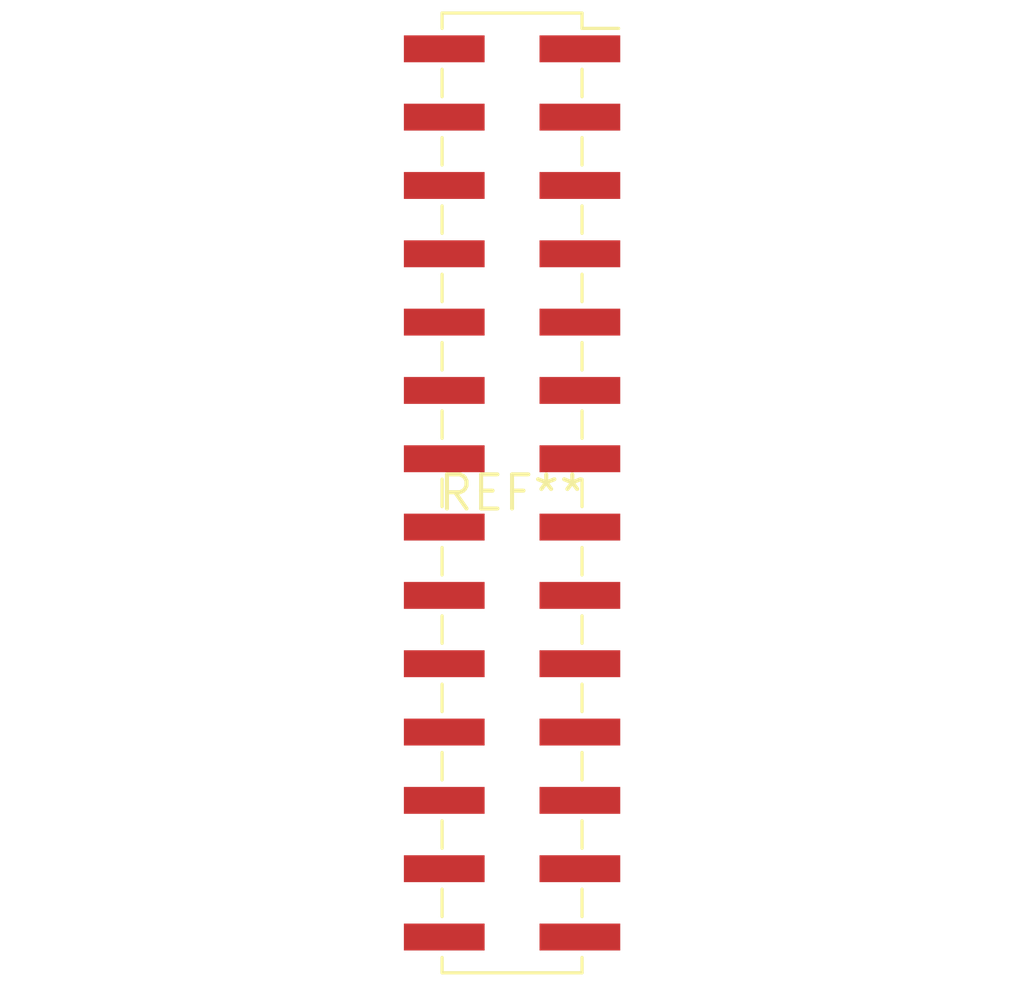
<source format=kicad_pcb>
(kicad_pcb (version 20240108) (generator pcbnew)
  (layers (0 "F.Cu" signal) (31 "B.Cu" signal) (34 "B.Paste" user) (35 "F.Paste" user) (36 "B.SilkS" user "B.Silkscreen") (37 "F.SilkS" user "F.Silkscreen") (38 "B.Mask" user) (39 "F.Mask" user) (44 "Edge.Cuts" user))
  (net 0 "")
  (footprint "PinSocket_2x14_P2.54mm_Vertical_SMD" (layer "F.Cu") (at 0 0)
    (property "Reference" "REF**")
    (property "Value" "PinSocket_2x14_P2.54mm_Vertical_SMD")
    (fp_line (start -2.6 -17.84) (end -2.6 -17.27) (layer "F.SilkS") (stroke (width 0.12)))
    (fp_line (start -2.6 -17.84) (end 2.6 -17.84) (layer "F.SilkS") (stroke (width 0.12)))
    (fp_line (start -2.6 -15.75) (end -2.6 -14.73) (layer "F.SilkS") (stroke (width 0.12)))
    (fp_line (start -2.6 -13.21) (end -2.6 -12.19) (layer "F.SilkS") (stroke (width 0.12)))
    (fp_line (start -2.6 -10.67) (end -2.6 -9.65) (layer "F.SilkS") (stroke (width 0.12)))
    (fp_line (start -2.6 -8.13) (end -2.6 -7.11) (layer "F.SilkS") (stroke (width 0.12)))
    (fp_line (start -2.6 -5.59) (end -2.6 -4.57) (layer "F.SilkS") (stroke (width 0.12)))
    (fp_line (start -2.6 -3.05) (end -2.6 -2.03) (layer "F.SilkS") (stroke (width 0.12)))
    (fp_line (start -2.6 -0.51) (end -2.6 0.51) (layer "F.SilkS") (stroke (width 0.12)))
    (fp_line (start -2.6 2.03) (end -2.6 3.05) (layer "F.SilkS") (stroke (width 0.12)))
    (fp_line (start -2.6 4.57) (end -2.6 5.59) (layer "F.SilkS") (stroke (width 0.12)))
    (fp_line (start -2.6 7.11) (end -2.6 8.13) (layer "F.SilkS") (stroke (width 0.12)))
    (fp_line (start -2.6 9.65) (end -2.6 10.67) (layer "F.SilkS") (stroke (width 0.12)))
    (fp_line (start -2.6 12.19) (end -2.6 13.21) (layer "F.SilkS") (stroke (width 0.12)))
    (fp_line (start -2.6 14.73) (end -2.6 15.75) (layer "F.SilkS") (stroke (width 0.12)))
    (fp_line (start -2.6 17.27) (end -2.6 17.84) (layer "F.SilkS") (stroke (width 0.12)))
    (fp_line (start -2.6 17.84) (end 2.6 17.84) (layer "F.SilkS") (stroke (width 0.12)))
    (fp_line (start 2.6 -17.84) (end 2.6 -17.27) (layer "F.SilkS") (stroke (width 0.12)))
    (fp_line (start 2.6 -17.27) (end 3.96 -17.27) (layer "F.SilkS") (stroke (width 0.12)))
    (fp_line (start 2.6 -15.75) (end 2.6 -14.73) (layer "F.SilkS") (stroke (width 0.12)))
    (fp_line (start 2.6 -13.21) (end 2.6 -12.19) (layer "F.SilkS") (stroke (width 0.12)))
    (fp_line (start 2.6 -10.67) (end 2.6 -9.65) (layer "F.SilkS") (stroke (width 0.12)))
    (fp_line (start 2.6 -8.13) (end 2.6 -7.11) (layer "F.SilkS") (stroke (width 0.12)))
    (fp_line (start 2.6 -5.59) (end 2.6 -4.57) (layer "F.SilkS") (stroke (width 0.12)))
    (fp_line (start 2.6 -3.05) (end 2.6 -2.03) (layer "F.SilkS") (stroke (width 0.12)))
    (fp_line (start 2.6 -0.51) (end 2.6 0.51) (layer "F.SilkS") (stroke (width 0.12)))
    (fp_line (start 2.6 2.03) (end 2.6 3.05) (layer "F.SilkS") (stroke (width 0.12)))
    (fp_line (start 2.6 4.57) (end 2.6 5.59) (layer "F.SilkS") (stroke (width 0.12)))
    (fp_line (start 2.6 7.11) (end 2.6 8.13) (layer "F.SilkS") (stroke (width 0.12)))
    (fp_line (start 2.6 9.65) (end 2.6 10.67) (layer "F.SilkS") (stroke (width 0.12)))
    (fp_line (start 2.6 12.19) (end 2.6 13.21) (layer "F.SilkS") (stroke (width 0.12)))
    (fp_line (start 2.6 14.73) (end 2.6 15.75) (layer "F.SilkS") (stroke (width 0.12)))
    (fp_line (start 2.6 17.27) (end 2.6 17.84) (layer "F.SilkS") (stroke (width 0.12)))
    (pad "1" smd rect (at 2.52 -16.51) (size 3 1) (layers "F.Cu" "F.Paste" "F.Mask"))
    (pad "2" smd rect (at -2.52 -16.51) (size 3 1) (layers "F.Cu" "F.Paste" "F.Mask"))
    (pad "3" smd rect (at 2.52 -13.97) (size 3 1) (layers "F.Cu" "F.Paste" "F.Mask"))
    (pad "4" smd rect (at -2.52 -13.97) (size 3 1) (layers "F.Cu" "F.Paste" "F.Mask"))
    (pad "5" smd rect (at 2.52 -11.43) (size 3 1) (layers "F.Cu" "F.Paste" "F.Mask"))
    (pad "6" smd rect (at -2.52 -11.43) (size 3 1) (layers "F.Cu" "F.Paste" "F.Mask"))
    (pad "7" smd rect (at 2.52 -8.89) (size 3 1) (layers "F.Cu" "F.Paste" "F.Mask"))
    (pad "8" smd rect (at -2.52 -8.89) (size 3 1) (layers "F.Cu" "F.Paste" "F.Mask"))
    (pad "9" smd rect (at 2.52 -6.35) (size 3 1) (layers "F.Cu" "F.Paste" "F.Mask"))
    (pad "10" smd rect (at -2.52 -6.35) (size 3 1) (layers "F.Cu" "F.Paste" "F.Mask"))
    (pad "11" smd rect (at 2.52 -3.81) (size 3 1) (layers "F.Cu" "F.Paste" "F.Mask"))
    (pad "12" smd rect (at -2.52 -3.81) (size 3 1) (layers "F.Cu" "F.Paste" "F.Mask"))
    (pad "13" smd rect (at 2.52 -1.27) (size 3 1) (layers "F.Cu" "F.Paste" "F.Mask"))
    (pad "14" smd rect (at -2.52 -1.27) (size 3 1) (layers "F.Cu" "F.Paste" "F.Mask"))
    (pad "15" smd rect (at 2.52 1.27) (size 3 1) (layers "F.Cu" "F.Paste" "F.Mask"))
    (pad "16" smd rect (at -2.52 1.27) (size 3 1) (layers "F.Cu" "F.Paste" "F.Mask"))
    (pad "17" smd rect (at 2.52 3.81) (size 3 1) (layers "F.Cu" "F.Paste" "F.Mask"))
    (pad "18" smd rect (at -2.52 3.81) (size 3 1) (layers "F.Cu" "F.Paste" "F.Mask"))
    (pad "19" smd rect (at 2.52 6.35) (size 3 1) (layers "F.Cu" "F.Paste" "F.Mask"))
    (pad "20" smd rect (at -2.52 6.35) (size 3 1) (layers "F.Cu" "F.Paste" "F.Mask"))
    (pad "21" smd rect (at 2.52 8.89) (size 3 1) (layers "F.Cu" "F.Paste" "F.Mask"))
    (pad "22" smd rect (at -2.52 8.89) (size 3 1) (layers "F.Cu" "F.Paste" "F.Mask"))
    (pad "23" smd rect (at 2.52 11.43) (size 3 1) (layers "F.Cu" "F.Paste" "F.Mask"))
    (pad "24" smd rect (at -2.52 11.43) (size 3 1) (layers "F.Cu" "F.Paste" "F.Mask"))
    (pad "25" smd rect (at 2.52 13.97) (size 3 1) (layers "F.Cu" "F.Paste" "F.Mask"))
    (pad "26" smd rect (at -2.52 13.97) (size 3 1) (layers "F.Cu" "F.Paste" "F.Mask"))
    (pad "27" smd rect (at 2.52 16.51) (size 3 1) (layers "F.Cu" "F.Paste" "F.Mask"))
    (pad "28" smd rect (at -2.52 16.51) (size 3 1) (layers "F.Cu" "F.Paste" "F.Mask"))
  )
)
</source>
